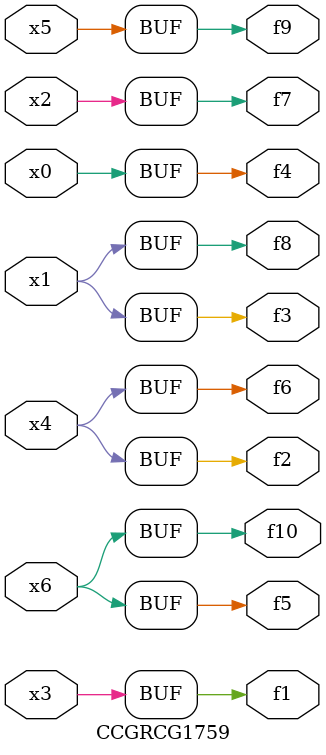
<source format=v>
module CCGRCG1759(
	input x0, x1, x2, x3, x4, x5, x6,
	output f1, f2, f3, f4, f5, f6, f7, f8, f9, f10
);
	assign f1 = x3;
	assign f2 = x4;
	assign f3 = x1;
	assign f4 = x0;
	assign f5 = x6;
	assign f6 = x4;
	assign f7 = x2;
	assign f8 = x1;
	assign f9 = x5;
	assign f10 = x6;
endmodule

</source>
